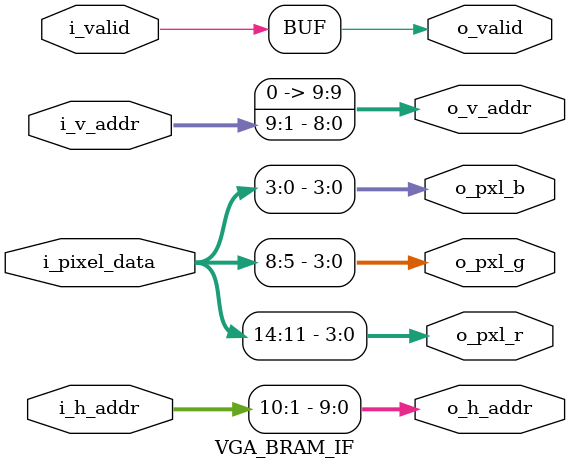
<source format=v>
`timescale 1ns / 1ps

module VGA_BRAM_IF #(
        parameter                           TARGET_BRAM_LINE_WIDTH = 512
)(
    // OV Receiver
        input       wire        [10 : 0]    i_h_addr,
        input       wire        [9 : 0]     i_v_addr,
        input       wire                    i_valid,
        input       wire        [15 : 0]    i_pixel_data,

    // VGA_BRAM
        output      wire        [9 : 0]     o_h_addr,
        output      wire        [9 : 0]     o_v_addr,
        output      wire                    o_valid,

        output      wire        [3 : 0]     o_pxl_r,
        output      wire        [3 : 0]     o_pxl_g,
        output      wire        [3 : 0]     o_pxl_b
    );

    assign o_h_addr = i_h_addr >> 1;
    assign o_v_addr = i_v_addr >> 1;
    assign o_valid  = i_valid;

    // Need More Things Here..

    // XRGB
    // assign {o_pxl_r, o_pxl_g, o_pxl_b} = i_pixel_data[11 : 0];

    // RGB565
    assign o_pxl_r = i_pixel_data[14 : 11];
    assign o_pxl_g = i_pixel_data[8 : 5];
    assign o_pxl_b = i_pixel_data[3 : 0];
    

endmodule

</source>
